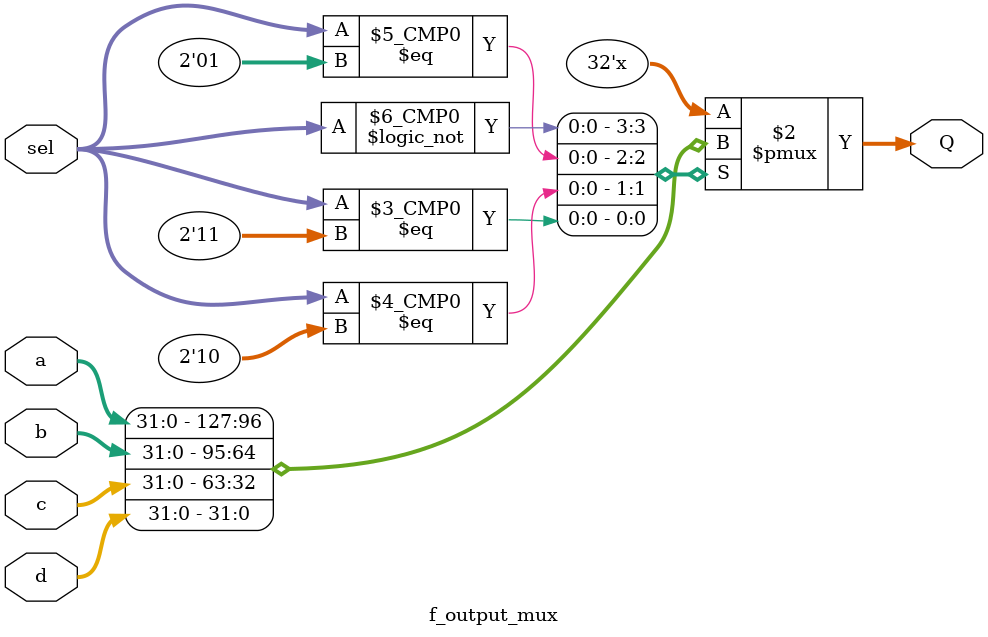
<source format=v>
`timescale 1ns / 1ps

module Factorial_Address_Decoder(
    input [1:0] A,
    input WE, 
    output wire WE1, WE2, 
    output wire [1:0] RdSel
); 
    reg [1:0] control; 
    assign {WE1, WE2} = control; 
    assign RdSel = A; 
    always@(A, WE)begin
        
        if(WE) begin
            case(A)
                'b00: control <= 'b1_0; 
                
                'b01: control <= 'b0_1; 
                
                default: control <= 'b0_0; 
                
            endcase
        end
        else begin
            control <= 'b00; 
        end
        
    end
endmodule

module f_register #(parameter width = 32)(
    input clk, en, rst,
    input [width-1:0] D,
    output reg [width-1:0] Q
); 
    always@(posedge clk, posedge rst) begin
        if(rst) Q <= 0;
        else if(en) Q <= D;
        else Q <= Q; 
    end
endmodule

module set_reset_register(
    input clk, set, reset,
    output reg Q
); 
    always@(posedge clk, posedge reset) begin 
        if(reset) Q <= 'b0;
        else if(set) Q <= 'b1; 
        else Q <= Q;
    end

endmodule

module f_output_mux(
    input [1:0] sel,
    input [31:0] a, b, c, d,
    output reg [31:0] Q
); 
    always@(*) begin
        case(sel) 
            'b00: Q <= a;
            'b01: Q <= b; 
            'b10: Q <= c; 
            'b11: Q <= d; 
            default: Q <= a;     
        endcase
    end

endmodule
</source>
